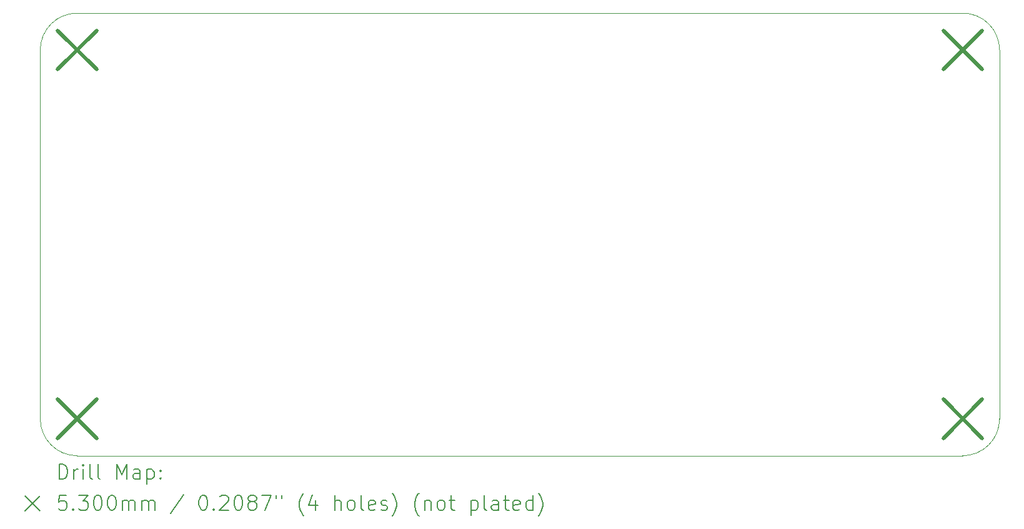
<source format=gbr>
%TF.GenerationSoftware,KiCad,Pcbnew,7.0.8*%
%TF.CreationDate,2024-03-31T13:52:45+01:00*%
%TF.ProjectId,cryoskills_sensor_kit,6372796f-736b-4696-9c6c-735f73656e73,rev?*%
%TF.SameCoordinates,Original*%
%TF.FileFunction,Drillmap*%
%TF.FilePolarity,Positive*%
%FSLAX45Y45*%
G04 Gerber Fmt 4.5, Leading zero omitted, Abs format (unit mm)*
G04 Created by KiCad (PCBNEW 7.0.8) date 2024-03-31 13:52:45*
%MOMM*%
%LPD*%
G01*
G04 APERTURE LIST*
%ADD10C,0.100000*%
%ADD11C,0.200000*%
%ADD12C,0.530000*%
G04 APERTURE END LIST*
D10*
X3350000Y-5200000D02*
X15350000Y-5200000D01*
X2850000Y-10700000D02*
G75*
G03*
X3350000Y-11200000I500000J0D01*
G01*
X3350000Y-5200000D02*
G75*
G03*
X2850000Y-5700000I0J-500000D01*
G01*
X15850000Y-5700000D02*
X15850000Y-10700000D01*
X15350000Y-11200000D02*
G75*
G03*
X15850000Y-10700000I0J500000D01*
G01*
X3350000Y-11200000D02*
X15350000Y-11200000D01*
X2850000Y-10700000D02*
X2850000Y-5700000D01*
X15850000Y-5700000D02*
G75*
G03*
X15350000Y-5200000I-500000J0D01*
G01*
D11*
D12*
X3085000Y-5435000D02*
X3615000Y-5965000D01*
X3615000Y-5435000D02*
X3085000Y-5965000D01*
X3085000Y-10435000D02*
X3615000Y-10965000D01*
X3615000Y-10435000D02*
X3085000Y-10965000D01*
X15085000Y-5435000D02*
X15615000Y-5965000D01*
X15615000Y-5435000D02*
X15085000Y-5965000D01*
X15085000Y-10435000D02*
X15615000Y-10965000D01*
X15615000Y-10435000D02*
X15085000Y-10965000D01*
D11*
X3105777Y-11516484D02*
X3105777Y-11316484D01*
X3105777Y-11316484D02*
X3153396Y-11316484D01*
X3153396Y-11316484D02*
X3181967Y-11326008D01*
X3181967Y-11326008D02*
X3201015Y-11345055D01*
X3201015Y-11345055D02*
X3210539Y-11364103D01*
X3210539Y-11364103D02*
X3220062Y-11402198D01*
X3220062Y-11402198D02*
X3220062Y-11430769D01*
X3220062Y-11430769D02*
X3210539Y-11468865D01*
X3210539Y-11468865D02*
X3201015Y-11487912D01*
X3201015Y-11487912D02*
X3181967Y-11506960D01*
X3181967Y-11506960D02*
X3153396Y-11516484D01*
X3153396Y-11516484D02*
X3105777Y-11516484D01*
X3305777Y-11516484D02*
X3305777Y-11383150D01*
X3305777Y-11421246D02*
X3315301Y-11402198D01*
X3315301Y-11402198D02*
X3324824Y-11392674D01*
X3324824Y-11392674D02*
X3343872Y-11383150D01*
X3343872Y-11383150D02*
X3362920Y-11383150D01*
X3429586Y-11516484D02*
X3429586Y-11383150D01*
X3429586Y-11316484D02*
X3420062Y-11326008D01*
X3420062Y-11326008D02*
X3429586Y-11335531D01*
X3429586Y-11335531D02*
X3439110Y-11326008D01*
X3439110Y-11326008D02*
X3429586Y-11316484D01*
X3429586Y-11316484D02*
X3429586Y-11335531D01*
X3553396Y-11516484D02*
X3534348Y-11506960D01*
X3534348Y-11506960D02*
X3524824Y-11487912D01*
X3524824Y-11487912D02*
X3524824Y-11316484D01*
X3658158Y-11516484D02*
X3639110Y-11506960D01*
X3639110Y-11506960D02*
X3629586Y-11487912D01*
X3629586Y-11487912D02*
X3629586Y-11316484D01*
X3886729Y-11516484D02*
X3886729Y-11316484D01*
X3886729Y-11316484D02*
X3953396Y-11459341D01*
X3953396Y-11459341D02*
X4020062Y-11316484D01*
X4020062Y-11316484D02*
X4020062Y-11516484D01*
X4201015Y-11516484D02*
X4201015Y-11411722D01*
X4201015Y-11411722D02*
X4191491Y-11392674D01*
X4191491Y-11392674D02*
X4172443Y-11383150D01*
X4172443Y-11383150D02*
X4134348Y-11383150D01*
X4134348Y-11383150D02*
X4115301Y-11392674D01*
X4201015Y-11506960D02*
X4181967Y-11516484D01*
X4181967Y-11516484D02*
X4134348Y-11516484D01*
X4134348Y-11516484D02*
X4115301Y-11506960D01*
X4115301Y-11506960D02*
X4105777Y-11487912D01*
X4105777Y-11487912D02*
X4105777Y-11468865D01*
X4105777Y-11468865D02*
X4115301Y-11449817D01*
X4115301Y-11449817D02*
X4134348Y-11440293D01*
X4134348Y-11440293D02*
X4181967Y-11440293D01*
X4181967Y-11440293D02*
X4201015Y-11430769D01*
X4296253Y-11383150D02*
X4296253Y-11583150D01*
X4296253Y-11392674D02*
X4315301Y-11383150D01*
X4315301Y-11383150D02*
X4353396Y-11383150D01*
X4353396Y-11383150D02*
X4372444Y-11392674D01*
X4372444Y-11392674D02*
X4381967Y-11402198D01*
X4381967Y-11402198D02*
X4391491Y-11421246D01*
X4391491Y-11421246D02*
X4391491Y-11478388D01*
X4391491Y-11478388D02*
X4381967Y-11497436D01*
X4381967Y-11497436D02*
X4372444Y-11506960D01*
X4372444Y-11506960D02*
X4353396Y-11516484D01*
X4353396Y-11516484D02*
X4315301Y-11516484D01*
X4315301Y-11516484D02*
X4296253Y-11506960D01*
X4477205Y-11497436D02*
X4486729Y-11506960D01*
X4486729Y-11506960D02*
X4477205Y-11516484D01*
X4477205Y-11516484D02*
X4467682Y-11506960D01*
X4467682Y-11506960D02*
X4477205Y-11497436D01*
X4477205Y-11497436D02*
X4477205Y-11516484D01*
X4477205Y-11392674D02*
X4486729Y-11402198D01*
X4486729Y-11402198D02*
X4477205Y-11411722D01*
X4477205Y-11411722D02*
X4467682Y-11402198D01*
X4467682Y-11402198D02*
X4477205Y-11392674D01*
X4477205Y-11392674D02*
X4477205Y-11411722D01*
X2645000Y-11745000D02*
X2845000Y-11945000D01*
X2845000Y-11745000D02*
X2645000Y-11945000D01*
X3201015Y-11736484D02*
X3105777Y-11736484D01*
X3105777Y-11736484D02*
X3096253Y-11831722D01*
X3096253Y-11831722D02*
X3105777Y-11822198D01*
X3105777Y-11822198D02*
X3124824Y-11812674D01*
X3124824Y-11812674D02*
X3172443Y-11812674D01*
X3172443Y-11812674D02*
X3191491Y-11822198D01*
X3191491Y-11822198D02*
X3201015Y-11831722D01*
X3201015Y-11831722D02*
X3210539Y-11850769D01*
X3210539Y-11850769D02*
X3210539Y-11898388D01*
X3210539Y-11898388D02*
X3201015Y-11917436D01*
X3201015Y-11917436D02*
X3191491Y-11926960D01*
X3191491Y-11926960D02*
X3172443Y-11936484D01*
X3172443Y-11936484D02*
X3124824Y-11936484D01*
X3124824Y-11936484D02*
X3105777Y-11926960D01*
X3105777Y-11926960D02*
X3096253Y-11917436D01*
X3296253Y-11917436D02*
X3305777Y-11926960D01*
X3305777Y-11926960D02*
X3296253Y-11936484D01*
X3296253Y-11936484D02*
X3286729Y-11926960D01*
X3286729Y-11926960D02*
X3296253Y-11917436D01*
X3296253Y-11917436D02*
X3296253Y-11936484D01*
X3372443Y-11736484D02*
X3496253Y-11736484D01*
X3496253Y-11736484D02*
X3429586Y-11812674D01*
X3429586Y-11812674D02*
X3458158Y-11812674D01*
X3458158Y-11812674D02*
X3477205Y-11822198D01*
X3477205Y-11822198D02*
X3486729Y-11831722D01*
X3486729Y-11831722D02*
X3496253Y-11850769D01*
X3496253Y-11850769D02*
X3496253Y-11898388D01*
X3496253Y-11898388D02*
X3486729Y-11917436D01*
X3486729Y-11917436D02*
X3477205Y-11926960D01*
X3477205Y-11926960D02*
X3458158Y-11936484D01*
X3458158Y-11936484D02*
X3401015Y-11936484D01*
X3401015Y-11936484D02*
X3381967Y-11926960D01*
X3381967Y-11926960D02*
X3372443Y-11917436D01*
X3620062Y-11736484D02*
X3639110Y-11736484D01*
X3639110Y-11736484D02*
X3658158Y-11746008D01*
X3658158Y-11746008D02*
X3667682Y-11755531D01*
X3667682Y-11755531D02*
X3677205Y-11774579D01*
X3677205Y-11774579D02*
X3686729Y-11812674D01*
X3686729Y-11812674D02*
X3686729Y-11860293D01*
X3686729Y-11860293D02*
X3677205Y-11898388D01*
X3677205Y-11898388D02*
X3667682Y-11917436D01*
X3667682Y-11917436D02*
X3658158Y-11926960D01*
X3658158Y-11926960D02*
X3639110Y-11936484D01*
X3639110Y-11936484D02*
X3620062Y-11936484D01*
X3620062Y-11936484D02*
X3601015Y-11926960D01*
X3601015Y-11926960D02*
X3591491Y-11917436D01*
X3591491Y-11917436D02*
X3581967Y-11898388D01*
X3581967Y-11898388D02*
X3572443Y-11860293D01*
X3572443Y-11860293D02*
X3572443Y-11812674D01*
X3572443Y-11812674D02*
X3581967Y-11774579D01*
X3581967Y-11774579D02*
X3591491Y-11755531D01*
X3591491Y-11755531D02*
X3601015Y-11746008D01*
X3601015Y-11746008D02*
X3620062Y-11736484D01*
X3810539Y-11736484D02*
X3829586Y-11736484D01*
X3829586Y-11736484D02*
X3848634Y-11746008D01*
X3848634Y-11746008D02*
X3858158Y-11755531D01*
X3858158Y-11755531D02*
X3867682Y-11774579D01*
X3867682Y-11774579D02*
X3877205Y-11812674D01*
X3877205Y-11812674D02*
X3877205Y-11860293D01*
X3877205Y-11860293D02*
X3867682Y-11898388D01*
X3867682Y-11898388D02*
X3858158Y-11917436D01*
X3858158Y-11917436D02*
X3848634Y-11926960D01*
X3848634Y-11926960D02*
X3829586Y-11936484D01*
X3829586Y-11936484D02*
X3810539Y-11936484D01*
X3810539Y-11936484D02*
X3791491Y-11926960D01*
X3791491Y-11926960D02*
X3781967Y-11917436D01*
X3781967Y-11917436D02*
X3772443Y-11898388D01*
X3772443Y-11898388D02*
X3762920Y-11860293D01*
X3762920Y-11860293D02*
X3762920Y-11812674D01*
X3762920Y-11812674D02*
X3772443Y-11774579D01*
X3772443Y-11774579D02*
X3781967Y-11755531D01*
X3781967Y-11755531D02*
X3791491Y-11746008D01*
X3791491Y-11746008D02*
X3810539Y-11736484D01*
X3962920Y-11936484D02*
X3962920Y-11803150D01*
X3962920Y-11822198D02*
X3972443Y-11812674D01*
X3972443Y-11812674D02*
X3991491Y-11803150D01*
X3991491Y-11803150D02*
X4020063Y-11803150D01*
X4020063Y-11803150D02*
X4039110Y-11812674D01*
X4039110Y-11812674D02*
X4048634Y-11831722D01*
X4048634Y-11831722D02*
X4048634Y-11936484D01*
X4048634Y-11831722D02*
X4058158Y-11812674D01*
X4058158Y-11812674D02*
X4077205Y-11803150D01*
X4077205Y-11803150D02*
X4105777Y-11803150D01*
X4105777Y-11803150D02*
X4124824Y-11812674D01*
X4124824Y-11812674D02*
X4134348Y-11831722D01*
X4134348Y-11831722D02*
X4134348Y-11936484D01*
X4229586Y-11936484D02*
X4229586Y-11803150D01*
X4229586Y-11822198D02*
X4239110Y-11812674D01*
X4239110Y-11812674D02*
X4258158Y-11803150D01*
X4258158Y-11803150D02*
X4286729Y-11803150D01*
X4286729Y-11803150D02*
X4305777Y-11812674D01*
X4305777Y-11812674D02*
X4315301Y-11831722D01*
X4315301Y-11831722D02*
X4315301Y-11936484D01*
X4315301Y-11831722D02*
X4324825Y-11812674D01*
X4324825Y-11812674D02*
X4343872Y-11803150D01*
X4343872Y-11803150D02*
X4372444Y-11803150D01*
X4372444Y-11803150D02*
X4391491Y-11812674D01*
X4391491Y-11812674D02*
X4401015Y-11831722D01*
X4401015Y-11831722D02*
X4401015Y-11936484D01*
X4791491Y-11726960D02*
X4620063Y-11984103D01*
X5048634Y-11736484D02*
X5067682Y-11736484D01*
X5067682Y-11736484D02*
X5086729Y-11746008D01*
X5086729Y-11746008D02*
X5096253Y-11755531D01*
X5096253Y-11755531D02*
X5105777Y-11774579D01*
X5105777Y-11774579D02*
X5115301Y-11812674D01*
X5115301Y-11812674D02*
X5115301Y-11860293D01*
X5115301Y-11860293D02*
X5105777Y-11898388D01*
X5105777Y-11898388D02*
X5096253Y-11917436D01*
X5096253Y-11917436D02*
X5086729Y-11926960D01*
X5086729Y-11926960D02*
X5067682Y-11936484D01*
X5067682Y-11936484D02*
X5048634Y-11936484D01*
X5048634Y-11936484D02*
X5029587Y-11926960D01*
X5029587Y-11926960D02*
X5020063Y-11917436D01*
X5020063Y-11917436D02*
X5010539Y-11898388D01*
X5010539Y-11898388D02*
X5001015Y-11860293D01*
X5001015Y-11860293D02*
X5001015Y-11812674D01*
X5001015Y-11812674D02*
X5010539Y-11774579D01*
X5010539Y-11774579D02*
X5020063Y-11755531D01*
X5020063Y-11755531D02*
X5029587Y-11746008D01*
X5029587Y-11746008D02*
X5048634Y-11736484D01*
X5201015Y-11917436D02*
X5210539Y-11926960D01*
X5210539Y-11926960D02*
X5201015Y-11936484D01*
X5201015Y-11936484D02*
X5191491Y-11926960D01*
X5191491Y-11926960D02*
X5201015Y-11917436D01*
X5201015Y-11917436D02*
X5201015Y-11936484D01*
X5286729Y-11755531D02*
X5296253Y-11746008D01*
X5296253Y-11746008D02*
X5315301Y-11736484D01*
X5315301Y-11736484D02*
X5362920Y-11736484D01*
X5362920Y-11736484D02*
X5381968Y-11746008D01*
X5381968Y-11746008D02*
X5391491Y-11755531D01*
X5391491Y-11755531D02*
X5401015Y-11774579D01*
X5401015Y-11774579D02*
X5401015Y-11793627D01*
X5401015Y-11793627D02*
X5391491Y-11822198D01*
X5391491Y-11822198D02*
X5277206Y-11936484D01*
X5277206Y-11936484D02*
X5401015Y-11936484D01*
X5524825Y-11736484D02*
X5543872Y-11736484D01*
X5543872Y-11736484D02*
X5562920Y-11746008D01*
X5562920Y-11746008D02*
X5572444Y-11755531D01*
X5572444Y-11755531D02*
X5581968Y-11774579D01*
X5581968Y-11774579D02*
X5591491Y-11812674D01*
X5591491Y-11812674D02*
X5591491Y-11860293D01*
X5591491Y-11860293D02*
X5581968Y-11898388D01*
X5581968Y-11898388D02*
X5572444Y-11917436D01*
X5572444Y-11917436D02*
X5562920Y-11926960D01*
X5562920Y-11926960D02*
X5543872Y-11936484D01*
X5543872Y-11936484D02*
X5524825Y-11936484D01*
X5524825Y-11936484D02*
X5505777Y-11926960D01*
X5505777Y-11926960D02*
X5496253Y-11917436D01*
X5496253Y-11917436D02*
X5486729Y-11898388D01*
X5486729Y-11898388D02*
X5477206Y-11860293D01*
X5477206Y-11860293D02*
X5477206Y-11812674D01*
X5477206Y-11812674D02*
X5486729Y-11774579D01*
X5486729Y-11774579D02*
X5496253Y-11755531D01*
X5496253Y-11755531D02*
X5505777Y-11746008D01*
X5505777Y-11746008D02*
X5524825Y-11736484D01*
X5705777Y-11822198D02*
X5686729Y-11812674D01*
X5686729Y-11812674D02*
X5677206Y-11803150D01*
X5677206Y-11803150D02*
X5667682Y-11784103D01*
X5667682Y-11784103D02*
X5667682Y-11774579D01*
X5667682Y-11774579D02*
X5677206Y-11755531D01*
X5677206Y-11755531D02*
X5686729Y-11746008D01*
X5686729Y-11746008D02*
X5705777Y-11736484D01*
X5705777Y-11736484D02*
X5743872Y-11736484D01*
X5743872Y-11736484D02*
X5762920Y-11746008D01*
X5762920Y-11746008D02*
X5772444Y-11755531D01*
X5772444Y-11755531D02*
X5781967Y-11774579D01*
X5781967Y-11774579D02*
X5781967Y-11784103D01*
X5781967Y-11784103D02*
X5772444Y-11803150D01*
X5772444Y-11803150D02*
X5762920Y-11812674D01*
X5762920Y-11812674D02*
X5743872Y-11822198D01*
X5743872Y-11822198D02*
X5705777Y-11822198D01*
X5705777Y-11822198D02*
X5686729Y-11831722D01*
X5686729Y-11831722D02*
X5677206Y-11841246D01*
X5677206Y-11841246D02*
X5667682Y-11860293D01*
X5667682Y-11860293D02*
X5667682Y-11898388D01*
X5667682Y-11898388D02*
X5677206Y-11917436D01*
X5677206Y-11917436D02*
X5686729Y-11926960D01*
X5686729Y-11926960D02*
X5705777Y-11936484D01*
X5705777Y-11936484D02*
X5743872Y-11936484D01*
X5743872Y-11936484D02*
X5762920Y-11926960D01*
X5762920Y-11926960D02*
X5772444Y-11917436D01*
X5772444Y-11917436D02*
X5781967Y-11898388D01*
X5781967Y-11898388D02*
X5781967Y-11860293D01*
X5781967Y-11860293D02*
X5772444Y-11841246D01*
X5772444Y-11841246D02*
X5762920Y-11831722D01*
X5762920Y-11831722D02*
X5743872Y-11822198D01*
X5848634Y-11736484D02*
X5981967Y-11736484D01*
X5981967Y-11736484D02*
X5896253Y-11936484D01*
X6048634Y-11736484D02*
X6048634Y-11774579D01*
X6124825Y-11736484D02*
X6124825Y-11774579D01*
X6420063Y-12012674D02*
X6410539Y-12003150D01*
X6410539Y-12003150D02*
X6391491Y-11974579D01*
X6391491Y-11974579D02*
X6381968Y-11955531D01*
X6381968Y-11955531D02*
X6372444Y-11926960D01*
X6372444Y-11926960D02*
X6362920Y-11879341D01*
X6362920Y-11879341D02*
X6362920Y-11841246D01*
X6362920Y-11841246D02*
X6372444Y-11793627D01*
X6372444Y-11793627D02*
X6381968Y-11765055D01*
X6381968Y-11765055D02*
X6391491Y-11746008D01*
X6391491Y-11746008D02*
X6410539Y-11717436D01*
X6410539Y-11717436D02*
X6420063Y-11707912D01*
X6581968Y-11803150D02*
X6581968Y-11936484D01*
X6534348Y-11726960D02*
X6486729Y-11869817D01*
X6486729Y-11869817D02*
X6610539Y-11869817D01*
X6839110Y-11936484D02*
X6839110Y-11736484D01*
X6924825Y-11936484D02*
X6924825Y-11831722D01*
X6924825Y-11831722D02*
X6915301Y-11812674D01*
X6915301Y-11812674D02*
X6896253Y-11803150D01*
X6896253Y-11803150D02*
X6867682Y-11803150D01*
X6867682Y-11803150D02*
X6848634Y-11812674D01*
X6848634Y-11812674D02*
X6839110Y-11822198D01*
X7048634Y-11936484D02*
X7029587Y-11926960D01*
X7029587Y-11926960D02*
X7020063Y-11917436D01*
X7020063Y-11917436D02*
X7010539Y-11898388D01*
X7010539Y-11898388D02*
X7010539Y-11841246D01*
X7010539Y-11841246D02*
X7020063Y-11822198D01*
X7020063Y-11822198D02*
X7029587Y-11812674D01*
X7029587Y-11812674D02*
X7048634Y-11803150D01*
X7048634Y-11803150D02*
X7077206Y-11803150D01*
X7077206Y-11803150D02*
X7096253Y-11812674D01*
X7096253Y-11812674D02*
X7105777Y-11822198D01*
X7105777Y-11822198D02*
X7115301Y-11841246D01*
X7115301Y-11841246D02*
X7115301Y-11898388D01*
X7115301Y-11898388D02*
X7105777Y-11917436D01*
X7105777Y-11917436D02*
X7096253Y-11926960D01*
X7096253Y-11926960D02*
X7077206Y-11936484D01*
X7077206Y-11936484D02*
X7048634Y-11936484D01*
X7229587Y-11936484D02*
X7210539Y-11926960D01*
X7210539Y-11926960D02*
X7201015Y-11907912D01*
X7201015Y-11907912D02*
X7201015Y-11736484D01*
X7381968Y-11926960D02*
X7362920Y-11936484D01*
X7362920Y-11936484D02*
X7324825Y-11936484D01*
X7324825Y-11936484D02*
X7305777Y-11926960D01*
X7305777Y-11926960D02*
X7296253Y-11907912D01*
X7296253Y-11907912D02*
X7296253Y-11831722D01*
X7296253Y-11831722D02*
X7305777Y-11812674D01*
X7305777Y-11812674D02*
X7324825Y-11803150D01*
X7324825Y-11803150D02*
X7362920Y-11803150D01*
X7362920Y-11803150D02*
X7381968Y-11812674D01*
X7381968Y-11812674D02*
X7391491Y-11831722D01*
X7391491Y-11831722D02*
X7391491Y-11850769D01*
X7391491Y-11850769D02*
X7296253Y-11869817D01*
X7467682Y-11926960D02*
X7486730Y-11936484D01*
X7486730Y-11936484D02*
X7524825Y-11936484D01*
X7524825Y-11936484D02*
X7543872Y-11926960D01*
X7543872Y-11926960D02*
X7553396Y-11907912D01*
X7553396Y-11907912D02*
X7553396Y-11898388D01*
X7553396Y-11898388D02*
X7543872Y-11879341D01*
X7543872Y-11879341D02*
X7524825Y-11869817D01*
X7524825Y-11869817D02*
X7496253Y-11869817D01*
X7496253Y-11869817D02*
X7477206Y-11860293D01*
X7477206Y-11860293D02*
X7467682Y-11841246D01*
X7467682Y-11841246D02*
X7467682Y-11831722D01*
X7467682Y-11831722D02*
X7477206Y-11812674D01*
X7477206Y-11812674D02*
X7496253Y-11803150D01*
X7496253Y-11803150D02*
X7524825Y-11803150D01*
X7524825Y-11803150D02*
X7543872Y-11812674D01*
X7620063Y-12012674D02*
X7629587Y-12003150D01*
X7629587Y-12003150D02*
X7648634Y-11974579D01*
X7648634Y-11974579D02*
X7658158Y-11955531D01*
X7658158Y-11955531D02*
X7667682Y-11926960D01*
X7667682Y-11926960D02*
X7677206Y-11879341D01*
X7677206Y-11879341D02*
X7677206Y-11841246D01*
X7677206Y-11841246D02*
X7667682Y-11793627D01*
X7667682Y-11793627D02*
X7658158Y-11765055D01*
X7658158Y-11765055D02*
X7648634Y-11746008D01*
X7648634Y-11746008D02*
X7629587Y-11717436D01*
X7629587Y-11717436D02*
X7620063Y-11707912D01*
X7981968Y-12012674D02*
X7972444Y-12003150D01*
X7972444Y-12003150D02*
X7953396Y-11974579D01*
X7953396Y-11974579D02*
X7943872Y-11955531D01*
X7943872Y-11955531D02*
X7934349Y-11926960D01*
X7934349Y-11926960D02*
X7924825Y-11879341D01*
X7924825Y-11879341D02*
X7924825Y-11841246D01*
X7924825Y-11841246D02*
X7934349Y-11793627D01*
X7934349Y-11793627D02*
X7943872Y-11765055D01*
X7943872Y-11765055D02*
X7953396Y-11746008D01*
X7953396Y-11746008D02*
X7972444Y-11717436D01*
X7972444Y-11717436D02*
X7981968Y-11707912D01*
X8058158Y-11803150D02*
X8058158Y-11936484D01*
X8058158Y-11822198D02*
X8067682Y-11812674D01*
X8067682Y-11812674D02*
X8086730Y-11803150D01*
X8086730Y-11803150D02*
X8115301Y-11803150D01*
X8115301Y-11803150D02*
X8134349Y-11812674D01*
X8134349Y-11812674D02*
X8143872Y-11831722D01*
X8143872Y-11831722D02*
X8143872Y-11936484D01*
X8267682Y-11936484D02*
X8248634Y-11926960D01*
X8248634Y-11926960D02*
X8239111Y-11917436D01*
X8239111Y-11917436D02*
X8229587Y-11898388D01*
X8229587Y-11898388D02*
X8229587Y-11841246D01*
X8229587Y-11841246D02*
X8239111Y-11822198D01*
X8239111Y-11822198D02*
X8248634Y-11812674D01*
X8248634Y-11812674D02*
X8267682Y-11803150D01*
X8267682Y-11803150D02*
X8296253Y-11803150D01*
X8296253Y-11803150D02*
X8315301Y-11812674D01*
X8315301Y-11812674D02*
X8324825Y-11822198D01*
X8324825Y-11822198D02*
X8334349Y-11841246D01*
X8334349Y-11841246D02*
X8334349Y-11898388D01*
X8334349Y-11898388D02*
X8324825Y-11917436D01*
X8324825Y-11917436D02*
X8315301Y-11926960D01*
X8315301Y-11926960D02*
X8296253Y-11936484D01*
X8296253Y-11936484D02*
X8267682Y-11936484D01*
X8391492Y-11803150D02*
X8467682Y-11803150D01*
X8420063Y-11736484D02*
X8420063Y-11907912D01*
X8420063Y-11907912D02*
X8429587Y-11926960D01*
X8429587Y-11926960D02*
X8448634Y-11936484D01*
X8448634Y-11936484D02*
X8467682Y-11936484D01*
X8686730Y-11803150D02*
X8686730Y-12003150D01*
X8686730Y-11812674D02*
X8705777Y-11803150D01*
X8705777Y-11803150D02*
X8743873Y-11803150D01*
X8743873Y-11803150D02*
X8762920Y-11812674D01*
X8762920Y-11812674D02*
X8772444Y-11822198D01*
X8772444Y-11822198D02*
X8781968Y-11841246D01*
X8781968Y-11841246D02*
X8781968Y-11898388D01*
X8781968Y-11898388D02*
X8772444Y-11917436D01*
X8772444Y-11917436D02*
X8762920Y-11926960D01*
X8762920Y-11926960D02*
X8743873Y-11936484D01*
X8743873Y-11936484D02*
X8705777Y-11936484D01*
X8705777Y-11936484D02*
X8686730Y-11926960D01*
X8896254Y-11936484D02*
X8877206Y-11926960D01*
X8877206Y-11926960D02*
X8867682Y-11907912D01*
X8867682Y-11907912D02*
X8867682Y-11736484D01*
X9058158Y-11936484D02*
X9058158Y-11831722D01*
X9058158Y-11831722D02*
X9048635Y-11812674D01*
X9048635Y-11812674D02*
X9029587Y-11803150D01*
X9029587Y-11803150D02*
X8991492Y-11803150D01*
X8991492Y-11803150D02*
X8972444Y-11812674D01*
X9058158Y-11926960D02*
X9039111Y-11936484D01*
X9039111Y-11936484D02*
X8991492Y-11936484D01*
X8991492Y-11936484D02*
X8972444Y-11926960D01*
X8972444Y-11926960D02*
X8962920Y-11907912D01*
X8962920Y-11907912D02*
X8962920Y-11888865D01*
X8962920Y-11888865D02*
X8972444Y-11869817D01*
X8972444Y-11869817D02*
X8991492Y-11860293D01*
X8991492Y-11860293D02*
X9039111Y-11860293D01*
X9039111Y-11860293D02*
X9058158Y-11850769D01*
X9124825Y-11803150D02*
X9201015Y-11803150D01*
X9153396Y-11736484D02*
X9153396Y-11907912D01*
X9153396Y-11907912D02*
X9162920Y-11926960D01*
X9162920Y-11926960D02*
X9181968Y-11936484D01*
X9181968Y-11936484D02*
X9201015Y-11936484D01*
X9343873Y-11926960D02*
X9324825Y-11936484D01*
X9324825Y-11936484D02*
X9286730Y-11936484D01*
X9286730Y-11936484D02*
X9267682Y-11926960D01*
X9267682Y-11926960D02*
X9258158Y-11907912D01*
X9258158Y-11907912D02*
X9258158Y-11831722D01*
X9258158Y-11831722D02*
X9267682Y-11812674D01*
X9267682Y-11812674D02*
X9286730Y-11803150D01*
X9286730Y-11803150D02*
X9324825Y-11803150D01*
X9324825Y-11803150D02*
X9343873Y-11812674D01*
X9343873Y-11812674D02*
X9353396Y-11831722D01*
X9353396Y-11831722D02*
X9353396Y-11850769D01*
X9353396Y-11850769D02*
X9258158Y-11869817D01*
X9524825Y-11936484D02*
X9524825Y-11736484D01*
X9524825Y-11926960D02*
X9505777Y-11936484D01*
X9505777Y-11936484D02*
X9467682Y-11936484D01*
X9467682Y-11936484D02*
X9448635Y-11926960D01*
X9448635Y-11926960D02*
X9439111Y-11917436D01*
X9439111Y-11917436D02*
X9429587Y-11898388D01*
X9429587Y-11898388D02*
X9429587Y-11841246D01*
X9429587Y-11841246D02*
X9439111Y-11822198D01*
X9439111Y-11822198D02*
X9448635Y-11812674D01*
X9448635Y-11812674D02*
X9467682Y-11803150D01*
X9467682Y-11803150D02*
X9505777Y-11803150D01*
X9505777Y-11803150D02*
X9524825Y-11812674D01*
X9601016Y-12012674D02*
X9610539Y-12003150D01*
X9610539Y-12003150D02*
X9629587Y-11974579D01*
X9629587Y-11974579D02*
X9639111Y-11955531D01*
X9639111Y-11955531D02*
X9648635Y-11926960D01*
X9648635Y-11926960D02*
X9658158Y-11879341D01*
X9658158Y-11879341D02*
X9658158Y-11841246D01*
X9658158Y-11841246D02*
X9648635Y-11793627D01*
X9648635Y-11793627D02*
X9639111Y-11765055D01*
X9639111Y-11765055D02*
X9629587Y-11746008D01*
X9629587Y-11746008D02*
X9610539Y-11717436D01*
X9610539Y-11717436D02*
X9601016Y-11707912D01*
M02*

</source>
